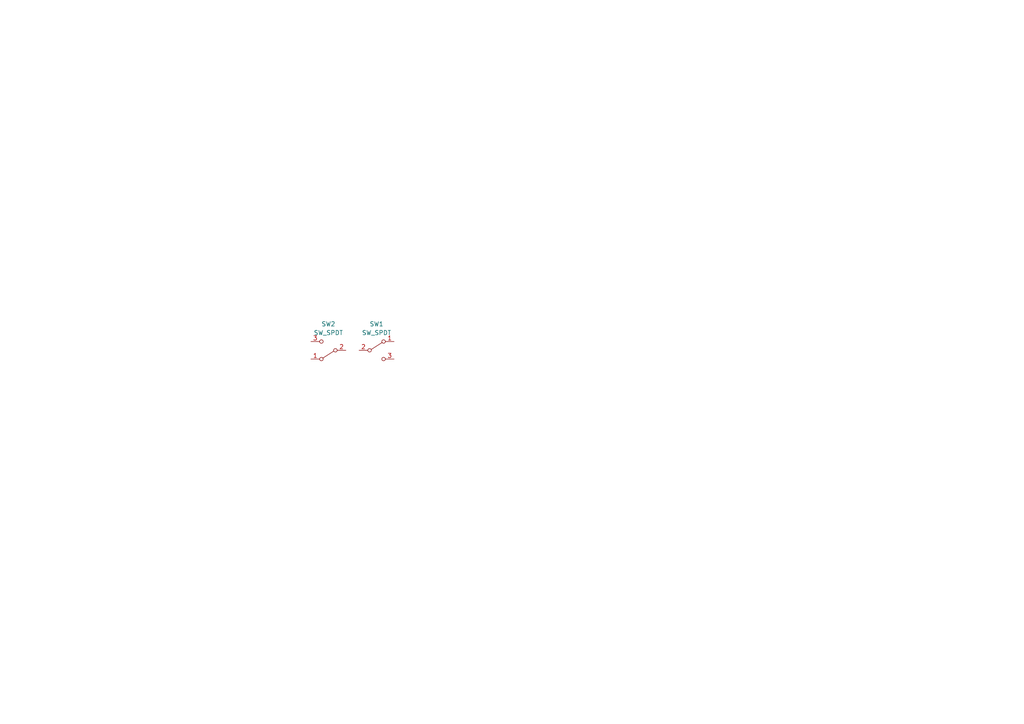
<source format=kicad_sch>
(kicad_sch (version 20230121) (generator eeschema)
  (paper "A4")
  (lib_symbols
    (symbol "Switch:SW_SPDT" (pin_names (offset 0) hide)
      (property "Reference" "SW" (at 0 4.318 0))
      (property "Value" "SW_SPDT" (at 0 -5.08 0))
      (symbol "SW_SPDT_0_0"
        (circle (center -2.032 0) (radius 0.508))
        (circle (center 2.032 -2.54) (radius 0.508))
      )
      (symbol "SW_SPDT_0_1"
        (polyline (pts (xy -1.524 0.254) (xy 1.651 2.286)))
        (circle (center 2.032 2.54) (radius 0.508))
      )
      (symbol "SW_SPDT_1_1"
        (pin passive line (at 5.08 2.54 180) (length 2.54) (name "A") (number "1"))
        (pin passive line (at -5.08 0 0) (length 2.54) (name "B") (number "2"))
        (pin passive line (at 5.08 -2.54 180) (length 2.54) (name "C") (number "3"))
      )
    )
  )
  (symbol (lib_id "Switch:SW_SPDT") (at 95.25 101.6 180) (unit 1)
    (property "Reference" "SW2" (at 95.25 93.98 0))
    (property "Value" "SW_SPDT" (at 95.25 96.52 0))
    (property "Footprint" "custom_kicad_lib_sk:microswitch" (effects hide))
  )
  (symbol (lib_id "Switch:SW_SPDT") (at 109.22 101.6 0) (unit 1)
    (property "Reference" "SW1" (at 109.22 93.98 0))
    (property "Value" "SW_SPDT" (at 109.22 96.52 0))
    (property "Footprint" "custom_kicad_lib_sk:microswitch" (effects hide))
  )
)
</source>
